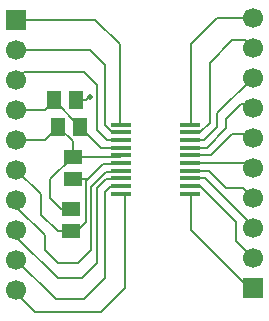
<source format=gtl>
G04 DipTrace 3.0.0.2*
G04 Top.gtl*
%MOIN*%
G04 #@! TF.FileFunction,Copper,L1,Top*
G04 #@! TF.Part,Single*
G04 #@! TA.AperFunction,Conductor*
%ADD13C,0.008*%
%ADD16R,0.070866X0.015748*%
G04 #@! TA.AperFunction,ComponentPad*
%ADD17R,0.066929X0.066929*%
%ADD18C,0.066929*%
%ADD19R,0.059055X0.051181*%
%ADD20R,0.051181X0.059055*%
G04 #@! TA.AperFunction,ViaPad*
%ADD21C,0.02*%
%FSLAX26Y26*%
G04*
G70*
G90*
G75*
G01*
G04 Top*
%LPD*%
X1237661Y1406488D2*
D13*
X1118988D1*
X1031500Y1319000D1*
Y1053155D1*
X1028596Y1050251D1*
Y1024660D2*
X1062160D1*
X1094000Y1056500D1*
Y1256500D1*
X1169000Y1331500D1*
X1212650D1*
X1237661Y1306488D1*
X1028596Y999070D2*
X1074070D1*
X1119000Y1044000D1*
Y1087827D1*
X1237661Y1206488D1*
X1028596Y973479D2*
X1085978D1*
X1150249Y1037751D1*
Y1069000D1*
X1200249Y1119000D1*
X1225150D1*
X1237661Y1106488D1*
X1028596Y947888D2*
X1097888D1*
X1169000Y1019000D1*
X1225150D1*
X1237661Y1006488D1*
X1028596Y922298D2*
X1221852D1*
X1237661Y906488D1*
X1028596Y896707D2*
X1091293D1*
X1150249Y837751D1*
X1206399D1*
X1237661Y806488D1*
X1028596Y871117D2*
X1079261D1*
X1243890Y706488D1*
X1237661D1*
X1028596Y845526D2*
X1061223D1*
X1181500Y725249D1*
Y662650D1*
X1237661Y606488D1*
Y506488D2*
X1225261D1*
X1031500Y700249D1*
Y817039D1*
X1028604Y819936D1*
X631500Y694197D2*
X587554D1*
X531500Y750251D1*
Y819000D1*
X450249Y900251D1*
X637751Y869197D2*
X687948D1*
X737751Y919000D1*
X796951D1*
X800249Y922298D1*
X631500Y694197D2*
X650448D1*
X681500Y725249D1*
Y861329D1*
X689367Y869197D1*
X687948D1*
X650034Y1131423D2*
X681470D1*
X693969Y1143921D1*
X450249Y1100251D2*
X544059D1*
X575231Y1131423D1*
X662749Y1044000D2*
X662654D1*
X575231Y1131423D1*
X800249Y973479D2*
X733270D1*
X662749Y1044000D1*
X450249Y1000251D2*
X544197D1*
X587946Y1044000D1*
X637751Y944000D2*
Y994196D1*
X587946Y1044000D1*
X637751Y944000D2*
X796361D1*
X800249Y947888D1*
X631500Y769000D2*
X600251D1*
X562751Y806500D1*
Y869000D1*
X637751Y944000D1*
X450249Y800251D2*
Y775251D1*
X544000Y681500D1*
Y631499D1*
X587749Y587749D1*
X656499D1*
X700249Y631500D1*
Y844000D1*
X750249Y894000D1*
X797542D1*
X800249Y896707D1*
X450249Y700251D2*
Y675251D1*
X587751Y537749D1*
X669000D1*
X719000Y587749D1*
Y837749D1*
X750251Y869000D1*
X798133D1*
X800249Y871117D1*
Y845526D2*
X764277D1*
X744000Y825249D1*
Y537751D1*
X675249Y469000D1*
X581500D1*
X450249Y600251D1*
Y500251D2*
Y487749D1*
X512749Y425249D1*
X731499D1*
X812749Y506500D1*
Y819936D1*
X800249D1*
Y999070D2*
X751430D1*
X719000Y1031500D1*
Y1181501D1*
X675251Y1225251D1*
X475249D1*
X450249Y1200251D1*
Y1300251D2*
X694000D1*
X744000Y1250251D1*
Y1050249D1*
X769000Y1025249D1*
X799660D1*
X800249Y1024660D1*
X450249Y1400251D2*
X712749D1*
X794000Y1319000D1*
Y1056500D1*
X800249Y1050251D1*
D21*
X693969Y1143921D3*
D16*
X800249Y1050251D3*
Y1024660D3*
Y999070D3*
Y973479D3*
Y947888D3*
Y922298D3*
Y896707D3*
Y871117D3*
Y845526D3*
Y819936D3*
X1028604D3*
X1028596Y845526D3*
Y871117D3*
Y896707D3*
Y922298D3*
Y947888D3*
Y973479D3*
Y999070D3*
Y1024660D3*
Y1050251D3*
D17*
X450249Y1400251D3*
D18*
Y1300251D3*
Y1200251D3*
Y1100251D3*
Y1000251D3*
Y900251D3*
Y800251D3*
Y700251D3*
Y600251D3*
Y500251D3*
D17*
X1237661Y506488D3*
D18*
Y606488D3*
Y706488D3*
Y806488D3*
Y906488D3*
Y1006488D3*
Y1106488D3*
Y1206488D3*
Y1306488D3*
Y1406488D3*
D19*
X637751Y944000D3*
Y869197D3*
X631500Y769000D3*
Y694197D3*
D20*
X575231Y1131423D3*
X650034D3*
X662749Y1044000D3*
X587946D3*
M02*

</source>
